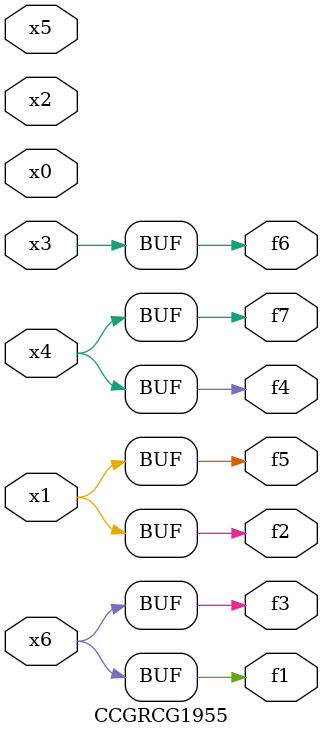
<source format=v>
module CCGRCG1955(
	input x0, x1, x2, x3, x4, x5, x6,
	output f1, f2, f3, f4, f5, f6, f7
);
	assign f1 = x6;
	assign f2 = x1;
	assign f3 = x6;
	assign f4 = x4;
	assign f5 = x1;
	assign f6 = x3;
	assign f7 = x4;
endmodule

</source>
